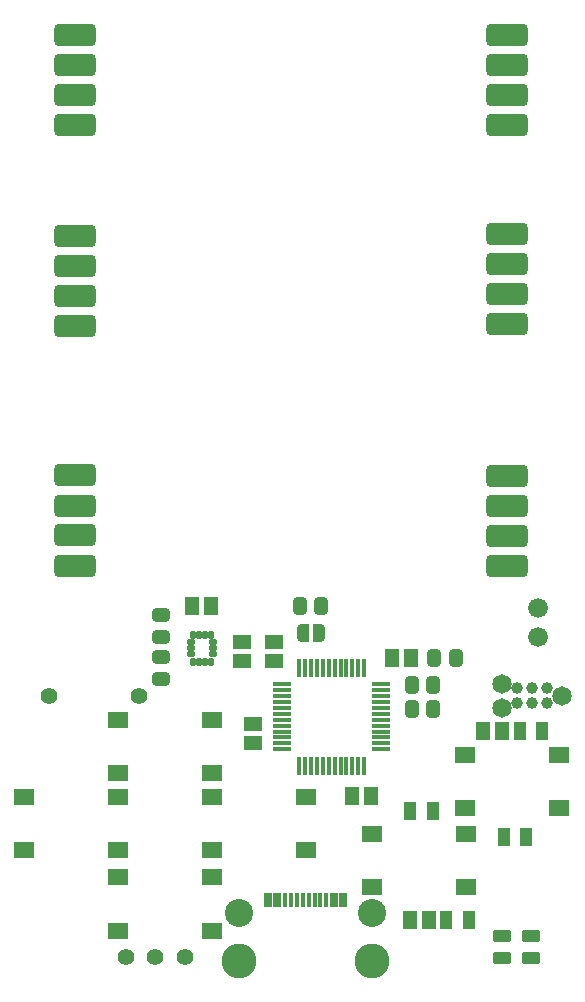
<source format=gbr>
%TF.GenerationSoftware,KiCad,Pcbnew,8.0.5*%
%TF.CreationDate,2024-09-22T15:27:05+02:00*%
%TF.ProjectId,PicBytesMicro,50696342-7974-4657-934d-6963726f2e6b,rev?*%
%TF.SameCoordinates,Original*%
%TF.FileFunction,Soldermask,Top*%
%TF.FilePolarity,Negative*%
%FSLAX46Y46*%
G04 Gerber Fmt 4.6, Leading zero omitted, Abs format (unit mm)*
G04 Created by KiCad (PCBNEW 8.0.5) date 2024-09-22 15:27:05*
%MOMM*%
%LPD*%
G01*
G04 APERTURE LIST*
G04 Aperture macros list*
%AMRoundRect*
0 Rectangle with rounded corners*
0 $1 Rounding radius*
0 $2 $3 $4 $5 $6 $7 $8 $9 X,Y pos of 4 corners*
0 Add a 4 corners polygon primitive as box body*
4,1,4,$2,$3,$4,$5,$6,$7,$8,$9,$2,$3,0*
0 Add four circle primitives for the rounded corners*
1,1,$1+$1,$2,$3*
1,1,$1+$1,$4,$5*
1,1,$1+$1,$6,$7*
1,1,$1+$1,$8,$9*
0 Add four rect primitives between the rounded corners*
20,1,$1+$1,$2,$3,$4,$5,0*
20,1,$1+$1,$4,$5,$6,$7,0*
20,1,$1+$1,$6,$7,$8,$9,0*
20,1,$1+$1,$8,$9,$2,$3,0*%
%AMFreePoly0*
4,1,35,0.535355,0.785355,0.550000,0.750000,0.550000,-0.750000,0.535355,-0.785355,0.500000,-0.800000,0.000000,-0.800000,-0.012286,-0.794911,-0.071157,-0.794911,-0.085244,-0.792886,-0.221795,-0.752791,-0.234740,-0.746879,-0.354462,-0.669938,-0.365217,-0.660618,-0.458414,-0.553063,-0.466109,-0.541091,-0.525228,-0.411637,-0.529237,-0.397982,-0.549491,-0.257116,-0.550000,-0.250000,-0.550000,0.250000,
-0.549491,0.257116,-0.529237,0.397982,-0.525228,0.411637,-0.466109,0.541091,-0.458414,0.553063,-0.365217,0.660618,-0.354462,0.669938,-0.234740,0.746879,-0.221795,0.752791,-0.085244,0.792886,-0.071157,0.794911,-0.012286,0.794911,0.000000,0.800000,0.500000,0.800000,0.535355,0.785355,0.535355,0.785355,$1*%
%AMFreePoly1*
4,1,35,0.012286,0.794911,0.071157,0.794911,0.085244,0.792886,0.221795,0.752791,0.234740,0.746879,0.354462,0.669938,0.365217,0.660618,0.458414,0.553063,0.466109,0.541091,0.525228,0.411637,0.529237,0.397982,0.549491,0.257116,0.550000,0.250000,0.550000,-0.250000,0.549491,-0.257116,0.529237,-0.397982,0.525228,-0.411637,0.466109,-0.541091,0.458414,-0.553063,0.365217,-0.660618,
0.354462,-0.669938,0.234740,-0.746879,0.221795,-0.752791,0.085244,-0.792886,0.071157,-0.794911,0.012286,-0.794911,0.000000,-0.800000,-0.500000,-0.800000,-0.535355,-0.785355,-0.550000,-0.750000,-0.550000,0.750000,-0.535355,0.785355,-0.500000,0.800000,0.000000,0.800000,0.012286,0.794911,0.012286,0.794911,$1*%
G04 Aperture macros list end*
%ADD10RoundRect,0.050000X0.700000X-0.450000X0.700000X0.450000X-0.700000X0.450000X-0.700000X-0.450000X0*%
%ADD11RoundRect,0.050000X-0.500000X-0.725000X0.500000X-0.725000X0.500000X0.725000X-0.500000X0.725000X0*%
%ADD12RoundRect,0.274390X-0.288110X-0.475610X0.288110X-0.475610X0.288110X0.475610X-0.288110X0.475610X0*%
%ADD13RoundRect,0.050000X-0.510000X-0.735000X0.510000X-0.735000X0.510000X0.735000X-0.510000X0.735000X0*%
%ADD14C,0.989000*%
%ADD15C,1.650000*%
%ADD16RoundRect,0.050000X0.775000X-0.650000X0.775000X0.650000X-0.775000X0.650000X-0.775000X-0.650000X0*%
%ADD17RoundRect,0.050000X0.735000X-0.510000X0.735000X0.510000X-0.735000X0.510000X-0.735000X-0.510000X0*%
%ADD18RoundRect,0.274390X-0.475610X0.288110X-0.475610X-0.288110X0.475610X-0.288110X0.475610X0.288110X0*%
%ADD19RoundRect,0.274390X0.288110X0.475610X-0.288110X0.475610X-0.288110X-0.475610X0.288110X-0.475610X0*%
%ADD20RoundRect,0.050000X-0.735000X0.510000X-0.735000X-0.510000X0.735000X-0.510000X0.735000X0.510000X0*%
%ADD21RoundRect,0.050000X0.510000X0.735000X-0.510000X0.735000X-0.510000X-0.735000X0.510000X-0.735000X0*%
%ADD22RoundRect,0.050000X0.175000X0.287500X-0.175000X0.287500X-0.175000X-0.287500X0.175000X-0.287500X0*%
%ADD23RoundRect,0.050000X0.287500X-0.175000X0.287500X0.175000X-0.287500X0.175000X-0.287500X-0.175000X0*%
%ADD24RoundRect,0.100000X-0.687500X-0.100000X0.687500X-0.100000X0.687500X0.100000X-0.687500X0.100000X0*%
%ADD25RoundRect,0.100000X-0.100000X-0.687500X0.100000X-0.687500X0.100000X0.687500X-0.100000X0.687500X0*%
%ADD26FreePoly0,0.000000*%
%ADD27FreePoly1,0.000000*%
%ADD28RoundRect,0.050000X-0.300000X-0.550000X0.300000X-0.550000X0.300000X0.550000X-0.300000X0.550000X0*%
%ADD29RoundRect,0.050000X-0.150000X-0.550000X0.150000X-0.550000X0.150000X0.550000X-0.150000X0.550000X0*%
%ADD30C,2.380000*%
%ADD31C,2.950000*%
%ADD32RoundRect,0.475000X-1.325000X-0.475000X1.325000X-0.475000X1.325000X0.475000X-1.325000X0.475000X0*%
%ADD33C,1.400000*%
%ADD34C,1.675000*%
G04 APERTURE END LIST*
D10*
%TO.C,LED_Red_bms1*%
X155092500Y-128150000D03*
X155092500Y-126250000D03*
%TD*%
%TO.C,LED_green_bms1*%
X157600000Y-128150000D03*
X157600000Y-126250000D03*
%TD*%
D11*
%TO.C,R21*%
X155250000Y-117900000D03*
X157150000Y-117900000D03*
%TD*%
%TO.C,R22*%
X147349935Y-115678635D03*
X149249935Y-115678635D03*
%TD*%
D12*
%TO.C,R8*%
X147475000Y-105000000D03*
X149300000Y-105000000D03*
%TD*%
D13*
%TO.C,C3*%
X142400000Y-114400000D03*
X144000000Y-114400000D03*
%TD*%
D11*
%TO.C,R20*%
X150399935Y-124900000D03*
X152299935Y-124900000D03*
%TD*%
D14*
%TO.C,J1*%
X158900000Y-105265000D03*
X158900000Y-106535000D03*
X157630000Y-105265000D03*
X157630000Y-106535000D03*
X156360000Y-105265000D03*
X156360000Y-106535000D03*
D15*
X160170000Y-105900000D03*
X155090000Y-106916000D03*
X155090000Y-104884000D03*
%TD*%
D16*
%TO.C,S_b1*%
X152025000Y-110950000D03*
X152025000Y-115450000D03*
X159975000Y-110950000D03*
X159975000Y-115450000D03*
%TD*%
D17*
%TO.C,C4*%
X133088000Y-103000000D03*
X133088000Y-101400000D03*
%TD*%
D12*
%TO.C,R7*%
X137987500Y-98300000D03*
X139812500Y-98300000D03*
%TD*%
D18*
%TO.C,R5*%
X126288000Y-99087500D03*
X126288000Y-100912500D03*
%TD*%
D19*
%TO.C,R9*%
X149312500Y-107000000D03*
X147487500Y-107000000D03*
%TD*%
D16*
%TO.C,S_left1*%
X114625000Y-114500000D03*
X114625000Y-119000000D03*
X122575000Y-114500000D03*
X122575000Y-119000000D03*
%TD*%
D20*
%TO.C,C1*%
X134000000Y-108300000D03*
X134000000Y-109900000D03*
%TD*%
D18*
%TO.C,R6*%
X126288000Y-102675000D03*
X126288000Y-104500000D03*
%TD*%
D19*
%TO.C,R10*%
X151225000Y-102700000D03*
X149400000Y-102700000D03*
%TD*%
D20*
%TO.C,C5*%
X135800000Y-101400000D03*
X135800000Y-103000000D03*
%TD*%
D21*
%TO.C,C13*%
X155150000Y-108900000D03*
X153550000Y-108900000D03*
%TD*%
D22*
%TO.C,IC1*%
X128950000Y-103063000D03*
X129450000Y-103063000D03*
X129950000Y-103063000D03*
X130450000Y-103063000D03*
D23*
X130612000Y-102400000D03*
X130612000Y-101900000D03*
X130612000Y-101400000D03*
D22*
X130450000Y-100737000D03*
X129950000Y-100737000D03*
X129450000Y-100737000D03*
X128950000Y-100737000D03*
D23*
X128788000Y-101400000D03*
X128788000Y-101900000D03*
X128788000Y-102400000D03*
%TD*%
D24*
%TO.C,U2*%
X136537500Y-104950000D03*
X136537500Y-105450000D03*
X136537500Y-105950000D03*
X136537500Y-106450000D03*
X136537500Y-106950000D03*
X136537500Y-107450000D03*
X136537500Y-107950000D03*
X136537500Y-108450000D03*
X136537500Y-108950000D03*
X136537500Y-109450000D03*
X136537500Y-109950000D03*
X136537500Y-110450000D03*
D25*
X137950000Y-111862500D03*
X138450000Y-111862500D03*
X138950000Y-111862500D03*
X139450000Y-111862500D03*
X139950000Y-111862500D03*
X140450000Y-111862500D03*
X140950000Y-111862500D03*
X141450000Y-111862500D03*
X141950000Y-111862500D03*
X142450000Y-111862500D03*
X142950000Y-111862500D03*
X143450000Y-111862500D03*
D24*
X144862500Y-110450000D03*
X144862500Y-109950000D03*
X144862500Y-109450000D03*
X144862500Y-108950000D03*
X144862500Y-108450000D03*
X144862500Y-107950000D03*
X144862500Y-107450000D03*
X144862500Y-106950000D03*
X144862500Y-106450000D03*
X144862500Y-105950000D03*
X144862500Y-105450000D03*
X144862500Y-104950000D03*
D25*
X143450000Y-103537500D03*
X142950000Y-103537500D03*
X142450000Y-103537500D03*
X141950000Y-103537500D03*
X141450000Y-103537500D03*
X140950000Y-103537500D03*
X140450000Y-103537500D03*
X139950000Y-103537500D03*
X139450000Y-103537500D03*
X138950000Y-103537500D03*
X138450000Y-103537500D03*
X137950000Y-103537500D03*
%TD*%
D26*
%TO.C,JP1*%
X138300000Y-100600000D03*
D27*
X139600000Y-100600000D03*
%TD*%
D28*
%TO.C,J2*%
X135300000Y-123200000D03*
X136100000Y-123200000D03*
D29*
X137250000Y-123200000D03*
X138250000Y-123200000D03*
X138750000Y-123200000D03*
X139750000Y-123200000D03*
D28*
X140900000Y-123200000D03*
X141700000Y-123200000D03*
D29*
X140250000Y-123200000D03*
X139250000Y-123200000D03*
X137750000Y-123200000D03*
X136750000Y-123200000D03*
D30*
X132880000Y-124350000D03*
D31*
X132880000Y-128350000D03*
X144120000Y-128350000D03*
D30*
X144120000Y-124350000D03*
%TD*%
D21*
%TO.C,C14*%
X148899935Y-124900000D03*
X147299935Y-124900000D03*
%TD*%
%TO.C,C6*%
X147400000Y-102700000D03*
X145800000Y-102700000D03*
%TD*%
D16*
%TO.C,S_right1*%
X130575000Y-114500000D03*
X130575000Y-119000000D03*
X138525000Y-114500000D03*
X138525000Y-119000000D03*
%TD*%
%TO.C,S_down1*%
X122625000Y-121292730D03*
X122625000Y-125792730D03*
X130575000Y-121292730D03*
X130575000Y-125792730D03*
%TD*%
D11*
%TO.C,R19*%
X156650000Y-108900000D03*
X158550000Y-108900000D03*
%TD*%
D21*
%TO.C,C2*%
X130500000Y-98300000D03*
X128900000Y-98300000D03*
%TD*%
D32*
%TO.C,U1*%
X119000000Y-49990000D03*
X119000000Y-52530000D03*
X119000000Y-55070000D03*
X119000000Y-57610000D03*
X119000000Y-66957200D03*
X119000000Y-69497200D03*
X119000000Y-72037200D03*
X119000000Y-74577200D03*
X119000000Y-87226400D03*
X119000000Y-89817200D03*
X119000000Y-92306400D03*
X119000000Y-94897200D03*
X155576000Y-49990000D03*
X155576000Y-52530000D03*
X155576000Y-55070000D03*
X155576000Y-57610000D03*
X155576000Y-66855600D03*
X155576000Y-69395600D03*
X155576000Y-71935600D03*
X155576000Y-74475600D03*
X155576000Y-87277200D03*
X155576000Y-89817200D03*
X155576000Y-92357200D03*
X155576000Y-94897200D03*
%TD*%
D16*
%TO.C,S_up1*%
X122625000Y-107950000D03*
X122625000Y-112450000D03*
X130575000Y-107950000D03*
X130575000Y-112450000D03*
%TD*%
%TO.C,S_a1*%
X144125000Y-117650000D03*
X144125000Y-122150000D03*
X152075000Y-117650000D03*
X152075000Y-122150000D03*
%TD*%
D33*
%TO.C,LS1*%
X116800000Y-105900000D03*
X124400000Y-105900000D03*
%TD*%
%TO.C,SW_Toggle1*%
X123275000Y-128050000D03*
X125775000Y-128050000D03*
X128275000Y-128050000D03*
%TD*%
D34*
%TO.C,J3*%
X158200000Y-98450000D03*
X158200000Y-100950000D03*
%TD*%
M02*

</source>
